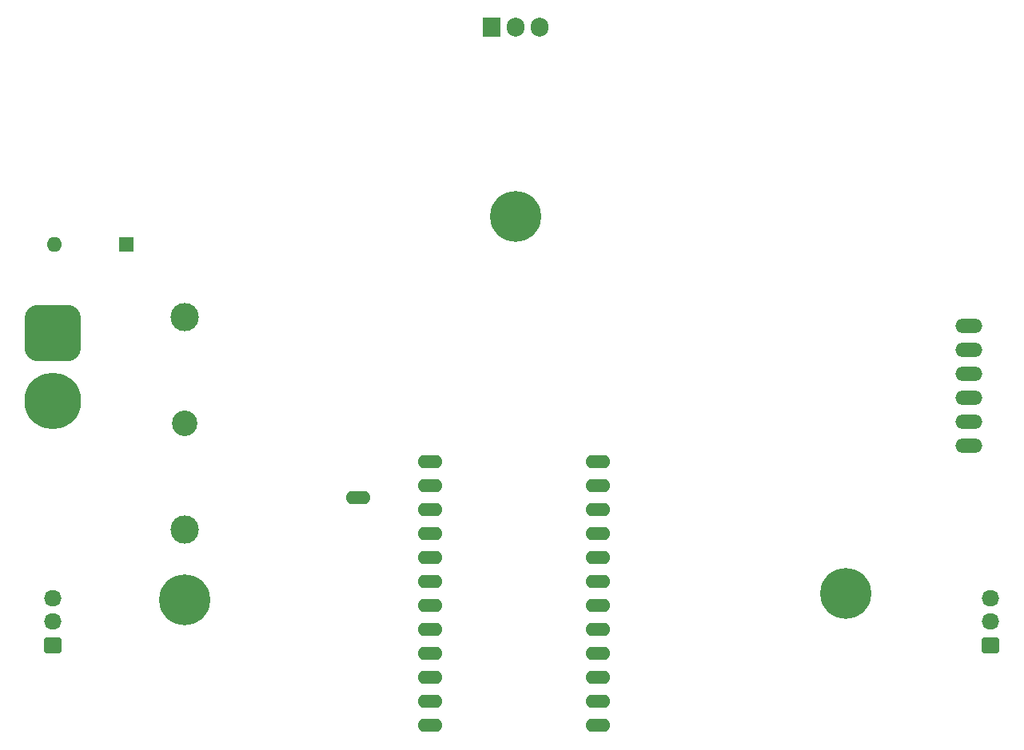
<source format=gts>
G04 #@! TF.GenerationSoftware,KiCad,Pcbnew,(6.0.0)*
G04 #@! TF.CreationDate,2022-05-25T15:36:50+02:00*
G04 #@! TF.ProjectId,CarteUE441_v2,43617274-6555-4453-9434-315f76322e6b,rev?*
G04 #@! TF.SameCoordinates,Original*
G04 #@! TF.FileFunction,Soldermask,Top*
G04 #@! TF.FilePolarity,Negative*
%FSLAX46Y46*%
G04 Gerber Fmt 4.6, Leading zero omitted, Abs format (unit mm)*
G04 Created by KiCad (PCBNEW (6.0.0)) date 2022-05-25 15:36:50*
%MOMM*%
%LPD*%
G01*
G04 APERTURE LIST*
G04 Aperture macros list*
%AMRoundRect*
0 Rectangle with rounded corners*
0 $1 Rounding radius*
0 $2 $3 $4 $5 $6 $7 $8 $9 X,Y pos of 4 corners*
0 Add a 4 corners polygon primitive as box body*
4,1,4,$2,$3,$4,$5,$6,$7,$8,$9,$2,$3,0*
0 Add four circle primitives for the rounded corners*
1,1,$1+$1,$2,$3*
1,1,$1+$1,$4,$5*
1,1,$1+$1,$6,$7*
1,1,$1+$1,$8,$9*
0 Add four rect primitives between the rounded corners*
20,1,$1+$1,$2,$3,$4,$5,0*
20,1,$1+$1,$4,$5,$6,$7,0*
20,1,$1+$1,$6,$7,$8,$9,0*
20,1,$1+$1,$8,$9,$2,$3,0*%
G04 Aperture macros list end*
%ADD10O,2.844800X1.524000*%
%ADD11R,1.905000X2.000000*%
%ADD12O,1.905000X2.000000*%
%ADD13O,2.619200X1.411200*%
%ADD14C,5.400000*%
%ADD15R,1.600000X1.600000*%
%ADD16O,1.600000X1.600000*%
%ADD17C,2.700000*%
%ADD18C,3.000000*%
%ADD19RoundRect,1.500000X-1.500000X1.500000X-1.500000X-1.500000X1.500000X-1.500000X1.500000X1.500000X0*%
%ADD20C,6.000000*%
%ADD21RoundRect,0.250000X0.675000X-0.600000X0.675000X0.600000X-0.675000X0.600000X-0.675000X-0.600000X0*%
%ADD22O,1.850000X1.700000*%
G04 APERTURE END LIST*
D10*
X189000000Y-86650000D03*
X189000000Y-89190000D03*
X189000000Y-91730000D03*
X189000000Y-94270000D03*
X189000000Y-96810000D03*
X189000000Y-99350000D03*
D11*
X138460000Y-55000000D03*
D12*
X141000000Y-55000000D03*
X143540000Y-55000000D03*
D13*
X124380000Y-104870000D03*
X132000000Y-101060000D03*
X132000000Y-103600000D03*
X132000000Y-106140000D03*
X132000000Y-108680000D03*
X132000000Y-111220000D03*
X132000000Y-113760000D03*
X132000000Y-116300000D03*
X132000000Y-118840000D03*
X132000000Y-121380000D03*
X132000000Y-123920000D03*
X132000000Y-126460000D03*
X132000000Y-129000000D03*
X149780000Y-129000000D03*
X149780000Y-126460000D03*
X149780000Y-123920000D03*
X149780000Y-121380000D03*
X149780000Y-118840000D03*
X149780000Y-116300000D03*
X149780000Y-113760000D03*
X149780000Y-111220000D03*
X149780000Y-108680000D03*
X149780000Y-106140000D03*
X149780000Y-103600000D03*
X149780000Y-101060000D03*
D14*
X141000000Y-75000000D03*
D15*
X99767500Y-78000000D03*
D16*
X92147500Y-78000000D03*
D14*
X176000000Y-115000000D03*
X106000000Y-115700000D03*
D17*
X106000000Y-97000000D03*
D18*
X106000000Y-108250000D03*
X106000000Y-85750000D03*
D19*
X92000000Y-87400000D03*
D20*
X92000000Y-94600000D03*
D21*
X92000000Y-120500000D03*
D22*
X92000000Y-118000000D03*
X92000000Y-115500000D03*
D21*
X191350000Y-120500000D03*
D22*
X191350000Y-118000000D03*
X191350000Y-115500000D03*
M02*

</source>
